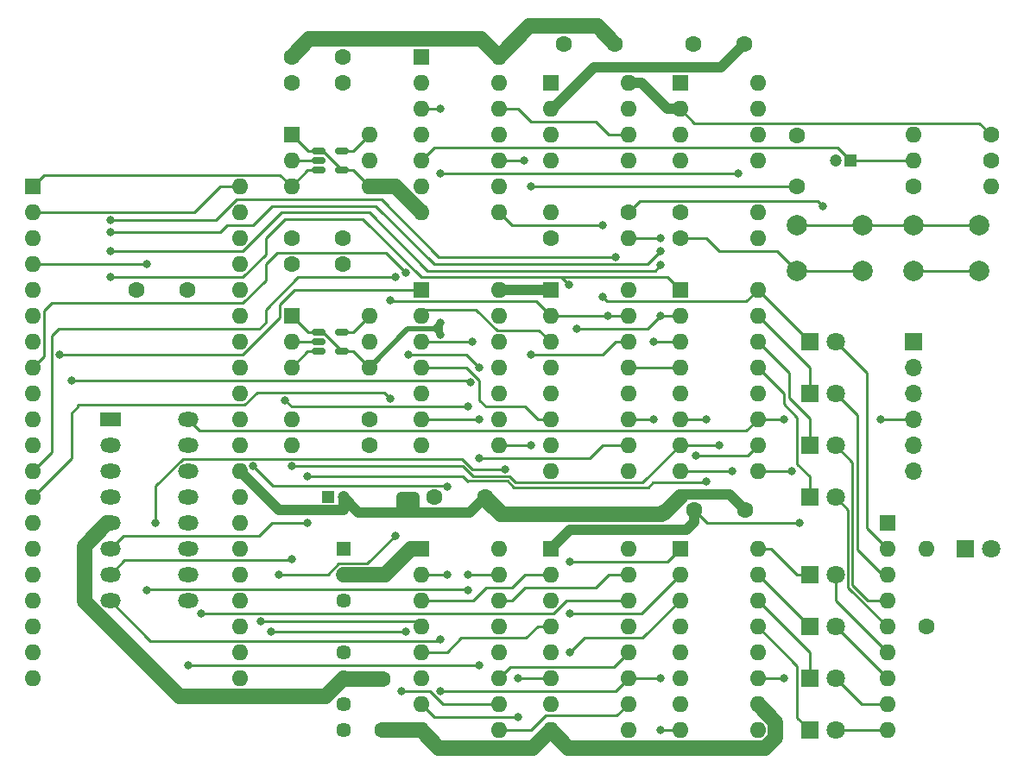
<source format=gbr>
%TF.GenerationSoftware,KiCad,Pcbnew,7.0.2*%
%TF.CreationDate,2023-05-12T21:33:33+09:00*%
%TF.ProjectId,EMUZ80_4004,454d555a-3830-45f3-9430-30342e6b6963,rev?*%
%TF.SameCoordinates,Original*%
%TF.FileFunction,Copper,L1,Top*%
%TF.FilePolarity,Positive*%
%FSLAX46Y46*%
G04 Gerber Fmt 4.6, Leading zero omitted, Abs format (unit mm)*
G04 Created by KiCad (PCBNEW 7.0.2) date 2023-05-12 21:33:33*
%MOMM*%
%LPD*%
G01*
G04 APERTURE LIST*
G04 Aperture macros list*
%AMRoundRect*
0 Rectangle with rounded corners*
0 $1 Rounding radius*
0 $2 $3 $4 $5 $6 $7 $8 $9 X,Y pos of 4 corners*
0 Add a 4 corners polygon primitive as box body*
4,1,4,$2,$3,$4,$5,$6,$7,$8,$9,$2,$3,0*
0 Add four circle primitives for the rounded corners*
1,1,$1+$1,$2,$3*
1,1,$1+$1,$4,$5*
1,1,$1+$1,$6,$7*
1,1,$1+$1,$8,$9*
0 Add four rect primitives between the rounded corners*
20,1,$1+$1,$2,$3,$4,$5,0*
20,1,$1+$1,$4,$5,$6,$7,0*
20,1,$1+$1,$6,$7,$8,$9,0*
20,1,$1+$1,$8,$9,$2,$3,0*%
G04 Aperture macros list end*
%TA.AperFunction,ComponentPad*%
%ADD10R,1.800000X1.800000*%
%TD*%
%TA.AperFunction,ComponentPad*%
%ADD11C,1.800000*%
%TD*%
%TA.AperFunction,ComponentPad*%
%ADD12R,1.600000X1.600000*%
%TD*%
%TA.AperFunction,ComponentPad*%
%ADD13O,1.600000X1.600000*%
%TD*%
%TA.AperFunction,ComponentPad*%
%ADD14C,1.600000*%
%TD*%
%TA.AperFunction,ComponentPad*%
%ADD15R,1.200000X1.200000*%
%TD*%
%TA.AperFunction,ComponentPad*%
%ADD16C,1.200000*%
%TD*%
%TA.AperFunction,ComponentPad*%
%ADD17R,1.450000X1.450000*%
%TD*%
%TA.AperFunction,ComponentPad*%
%ADD18C,1.450000*%
%TD*%
%TA.AperFunction,ComponentPad*%
%ADD19C,2.000000*%
%TD*%
%TA.AperFunction,SMDPad,CuDef*%
%ADD20RoundRect,0.150000X-0.512500X-0.150000X0.512500X-0.150000X0.512500X0.150000X-0.512500X0.150000X0*%
%TD*%
%TA.AperFunction,ComponentPad*%
%ADD21R,2.000000X1.440000*%
%TD*%
%TA.AperFunction,ComponentPad*%
%ADD22O,2.000000X1.440000*%
%TD*%
%TA.AperFunction,ComponentPad*%
%ADD23R,1.700000X1.700000*%
%TD*%
%TA.AperFunction,ComponentPad*%
%ADD24O,1.700000X1.700000*%
%TD*%
%TA.AperFunction,ViaPad*%
%ADD25C,0.800000*%
%TD*%
%TA.AperFunction,Conductor*%
%ADD26C,1.000000*%
%TD*%
%TA.AperFunction,Conductor*%
%ADD27C,1.500000*%
%TD*%
%TA.AperFunction,Conductor*%
%ADD28C,0.250000*%
%TD*%
%TA.AperFunction,Conductor*%
%ADD29C,0.500000*%
%TD*%
G04 APERTURE END LIST*
D10*
%TO.P,D3,1,K*%
%TO.N,Net-(D3-K)*%
X78740000Y-43180000D03*
D11*
%TO.P,D3,2,A*%
%TO.N,Net-(D3-A)*%
X81280000Y-43180000D03*
%TD*%
D12*
%TO.P,U7,1,D0*%
%TO.N,Net-(U2-OUTA)*%
X66040000Y-53340000D03*
D13*
%TO.P,U7,2,D1*%
%TO.N,Net-(U2-OUTB)*%
X66040000Y-55880000D03*
%TO.P,U7,3,D2*%
%TO.N,Net-(U2-OUTC)*%
X66040000Y-58420000D03*
%TO.P,U7,4,D3*%
%TO.N,Net-(U2-OUTD)*%
X66040000Y-60960000D03*
%TO.P,U7,5,Vss*%
%TO.N,+15V*%
X66040000Y-63500000D03*
%TO.P,U7,6,CLK1*%
%TO.N,Net-(U3-CLK1)*%
X66040000Y-66040000D03*
%TO.P,U7,7,CLK2*%
%TO.N,Net-(U3-CLK2)*%
X66040000Y-68580000D03*
%TO.P,U7,8,SYNC*%
%TO.N,Net-(U3-SYNC)*%
X66040000Y-71120000D03*
%TO.P,U7,9,RESET*%
%TO.N,/comport/RESET*%
X73660000Y-71120000D03*
%TO.P,U7,10,P0*%
%TO.N,GND*%
X73660000Y-68580000D03*
%TO.P,U7,11,CM*%
%TO.N,Net-(U3-CMRAM0)*%
X73660000Y-66040000D03*
%TO.P,U7,12,Vdd*%
%TO.N,GND*%
X73660000Y-63500000D03*
%TO.P,U7,13,O3*%
%TO.N,Net-(D8-K)*%
X73660000Y-60960000D03*
%TO.P,U7,14,O2*%
%TO.N,Net-(D7-K)*%
X73660000Y-58420000D03*
%TO.P,U7,15,O1*%
%TO.N,Net-(D6-K)*%
X73660000Y-55880000D03*
%TO.P,U7,16,O0*%
%TO.N,Net-(D5-K)*%
X73660000Y-53340000D03*
%TD*%
D12*
%TO.P,U4,1,VCC*%
%TO.N,+15V*%
X53340000Y-53340000D03*
D13*
%TO.P,U4,2,O1*%
%TO.N,Net-(U4-O1)*%
X53340000Y-55880000D03*
%TO.P,U4,3,I1*%
%TO.N,Net-(U2-OUTA)*%
X53340000Y-58420000D03*
%TO.P,U4,4,O2*%
%TO.N,Net-(U4-O2)*%
X53340000Y-60960000D03*
%TO.P,U4,5,I2*%
%TO.N,Net-(U2-OUTB)*%
X53340000Y-63500000D03*
%TO.P,U4,6,O3*%
%TO.N,Net-(U4-O3)*%
X53340000Y-66040000D03*
%TO.P,U4,7,I3*%
%TO.N,Net-(U2-OUTC)*%
X53340000Y-68580000D03*
%TO.P,U4,8,GND*%
%TO.N,GND*%
X53340000Y-71120000D03*
%TO.P,U4,9,I4*%
%TO.N,Net-(U2-OUTD)*%
X60960000Y-71120000D03*
%TO.P,U4,10,O4*%
%TO.N,Net-(U4-O4)*%
X60960000Y-68580000D03*
%TO.P,U4,11,I5*%
%TO.N,Net-(U3-SYNC)*%
X60960000Y-66040000D03*
%TO.P,U4,12,O5*%
%TO.N,Net-(U4-O5)*%
X60960000Y-63500000D03*
%TO.P,U4,13,NC*%
%TO.N,unconnected-(U4-NC-Pad13)*%
X60960000Y-60960000D03*
%TO.P,U4,14,I6*%
%TO.N,Net-(U3-CMROM)*%
X60960000Y-58420000D03*
%TO.P,U4,15,O6*%
%TO.N,Net-(U4-O6)*%
X60960000Y-55880000D03*
%TO.P,U4,16,NC*%
%TO.N,unconnected-(U4-NC-Pad16)*%
X60960000Y-53340000D03*
%TD*%
D14*
%TO.P,C13,1*%
%TO.N,Net-(C13-Pad1)*%
X77470000Y-17780000D03*
%TO.P,C13,2*%
%TO.N,GND*%
X77470000Y-12780000D03*
%TD*%
D12*
%TO.P,U6,1,D0*%
%TO.N,Net-(U2-OUTA)*%
X66040000Y-27940000D03*
D13*
%TO.P,U6,2,D1*%
%TO.N,Net-(U2-OUTB)*%
X66040000Y-30480000D03*
%TO.P,U6,3,D2*%
%TO.N,Net-(U2-OUTC)*%
X66040000Y-33020000D03*
%TO.P,U6,4,D3*%
%TO.N,Net-(U2-OUTD)*%
X66040000Y-35560000D03*
%TO.P,U6,5,Vss*%
%TO.N,+15V*%
X66040000Y-38100000D03*
%TO.P,U6,6,CLK1*%
%TO.N,Net-(U3-CLK1)*%
X66040000Y-40640000D03*
%TO.P,U6,7,CLK2*%
%TO.N,Net-(U3-CLK2)*%
X66040000Y-43180000D03*
%TO.P,U6,8,SYNC*%
%TO.N,Net-(U3-SYNC)*%
X66040000Y-45720000D03*
%TO.P,U6,9,RESET*%
%TO.N,/comport/RESET*%
X73660000Y-45720000D03*
%TO.P,U6,10,P0*%
%TO.N,+15V*%
X73660000Y-43180000D03*
%TO.P,U6,11,CM*%
%TO.N,Net-(U3-CMRAM0)*%
X73660000Y-40640000D03*
%TO.P,U6,12,Vdd*%
%TO.N,GND*%
X73660000Y-38100000D03*
%TO.P,U6,13,O3*%
%TO.N,Net-(D4-K)*%
X73660000Y-35560000D03*
%TO.P,U6,14,O2*%
%TO.N,Net-(D3-K)*%
X73660000Y-33020000D03*
%TO.P,U6,15,O1*%
%TO.N,Net-(D2-K)*%
X73660000Y-30480000D03*
%TO.P,U6,16,O0*%
%TO.N,/comport/TX*%
X73660000Y-27940000D03*
%TD*%
D12*
%TO.P,U5,1,VDD*%
%TO.N,+5V*%
X40640000Y-53340000D03*
D13*
%TO.P,U5,2,O1*%
%TO.N,DIN0*%
X40640000Y-55880000D03*
%TO.P,U5,3,I1*%
%TO.N,Net-(U4-O1)*%
X40640000Y-58420000D03*
%TO.P,U5,4,O2*%
%TO.N,DIN1*%
X40640000Y-60960000D03*
%TO.P,U5,5,I2*%
%TO.N,Net-(U4-O2)*%
X40640000Y-63500000D03*
%TO.P,U5,6,O3*%
%TO.N,DIN2*%
X40640000Y-66040000D03*
%TO.P,U5,7,I3*%
%TO.N,Net-(U4-O3)*%
X40640000Y-68580000D03*
%TO.P,U5,8,VSS*%
%TO.N,GND*%
X40640000Y-71120000D03*
%TO.P,U5,9,I4*%
%TO.N,Net-(U4-O4)*%
X48260000Y-71120000D03*
%TO.P,U5,10,O4*%
%TO.N,DIN3*%
X48260000Y-68580000D03*
%TO.P,U5,11,I5*%
%TO.N,Net-(U4-O5)*%
X48260000Y-66040000D03*
%TO.P,U5,12,O5*%
%TO.N,SYNC*%
X48260000Y-63500000D03*
%TO.P,U5,13,NC*%
%TO.N,unconnected-(U5-NC-Pad13)*%
X48260000Y-60960000D03*
%TO.P,U5,14,I6*%
%TO.N,Net-(U4-O6)*%
X48260000Y-58420000D03*
%TO.P,U5,15,O6*%
%TO.N,CMROM*%
X48260000Y-55880000D03*
%TO.P,U5,16,NC*%
%TO.N,unconnected-(U5-NC-Pad16)*%
X48260000Y-53340000D03*
%TD*%
D14*
%TO.P,R3,1*%
%TO.N,+15V*%
X96520000Y-12700000D03*
D13*
%TO.P,R3,2*%
%TO.N,Net-(C12-Pad1)*%
X88900000Y-12700000D03*
%TD*%
D12*
%TO.P,U12,1,NC*%
%TO.N,unconnected-(U12-NC-Pad1)*%
X53340000Y-7620000D03*
D13*
%TO.P,U12,2,A*%
%TO.N,VBUS*%
X53340000Y-10160000D03*
%TO.P,U12,3,K*%
%TO.N,Net-(U12-K)*%
X53340000Y-12700000D03*
%TO.P,U12,4,NC*%
%TO.N,unconnected-(U12-NC-Pad4)*%
X53340000Y-15240000D03*
%TO.P,U12,5,GND*%
%TO.N,GND*%
X60960000Y-15240000D03*
%TO.P,U12,6,Vo*%
%TO.N,Net-(U12-Vo)*%
X60960000Y-12700000D03*
%TO.P,U12,7,NC*%
%TO.N,unconnected-(U12-NC-Pad7)*%
X60960000Y-10160000D03*
%TO.P,U12,8,VDD*%
%TO.N,+15V*%
X60960000Y-7620000D03*
%TD*%
D14*
%TO.P,R10,1*%
%TO.N,Net-(R10-Pad1)*%
X66040000Y-22860000D03*
D13*
%TO.P,R10,2*%
%TO.N,Net-(C13-Pad1)*%
X73660000Y-22860000D03*
%TD*%
D14*
%TO.P,C8,1*%
%TO.N,+15V*%
X12740000Y-27940000D03*
%TO.P,C8,2*%
%TO.N,GND*%
X17740000Y-27940000D03*
%TD*%
D12*
%TO.P,RN1,1,common*%
%TO.N,+15V*%
X86360000Y-50800000D03*
D13*
%TO.P,RN1,2,R1*%
%TO.N,Net-(D1-A)*%
X86360000Y-53340000D03*
%TO.P,RN1,3,R2*%
%TO.N,Net-(D2-A)*%
X86360000Y-55880000D03*
%TO.P,RN1,4,R3*%
%TO.N,Net-(D3-A)*%
X86360000Y-58420000D03*
%TO.P,RN1,5,R4*%
%TO.N,Net-(D4-A)*%
X86360000Y-60960000D03*
%TO.P,RN1,6,R5*%
%TO.N,Net-(D5-A)*%
X86360000Y-63500000D03*
%TO.P,RN1,7,R6*%
%TO.N,Net-(D6-A)*%
X86360000Y-66040000D03*
%TO.P,RN1,8,R7*%
%TO.N,Net-(D7-A)*%
X86360000Y-68580000D03*
%TO.P,RN1,9,R8*%
%TO.N,Net-(D8-A)*%
X86360000Y-71120000D03*
%TD*%
D14*
%TO.P,R7,1*%
%TO.N,Net-(J2-Pin_4)*%
X60960000Y-20320000D03*
D13*
%TO.P,R7,2*%
%TO.N,Net-(U12-K)*%
X53340000Y-20320000D03*
%TD*%
D15*
%TO.P,C5,1*%
%TO.N,+5V*%
X31520000Y-48260000D03*
D16*
%TO.P,C5,2*%
%TO.N,GND*%
X33020000Y-48260000D03*
%TD*%
D14*
%TO.P,C9,1*%
%TO.N,+15V*%
X67390000Y-49530000D03*
%TO.P,C9,2*%
%TO.N,GND*%
X72390000Y-49530000D03*
%TD*%
D13*
%TO.P,U9,*%
%TO.N,*%
X35560000Y-33020000D03*
D12*
%TO.P,U9,1,GND*%
%TO.N,GND*%
X27940000Y-30480000D03*
D13*
%TO.P,U9,2,VDD*%
%TO.N,+15V*%
X27940000Y-33020000D03*
%TO.P,U9,3,IN*%
%TO.N,CLKIN2*%
X27940000Y-35560000D03*
%TO.P,U9,4,GND*%
%TO.N,GND*%
X35560000Y-35560000D03*
%TO.P,U9,5,OUT*%
%TO.N,Net-(U9-OUT)*%
X35560000Y-30480000D03*
%TD*%
D12*
%TO.P,U2,1,Vcc*%
%TO.N,+5V*%
X53340000Y-27940000D03*
D13*
%TO.P,U2,2,EN_A*%
%TO.N,DOE*%
X53340000Y-30480000D03*
%TO.P,U2,3,A*%
%TO.N,Net-(U2-A)*%
X53340000Y-33020000D03*
%TO.P,U2,4,OUTA*%
%TO.N,Net-(U2-OUTA)*%
X53340000Y-35560000D03*
%TO.P,U2,5,OUTB*%
%TO.N,Net-(U2-OUTB)*%
X53340000Y-38100000D03*
%TO.P,U2,6,B*%
%TO.N,Net-(U2-B)*%
X53340000Y-40640000D03*
%TO.P,U2,7,EN_B*%
%TO.N,DOE*%
X53340000Y-43180000D03*
%TO.P,U2,8,Vss(GND)*%
%TO.N,GND*%
X53340000Y-45720000D03*
%TO.P,U2,9,EN_C*%
%TO.N,DOE*%
X60960000Y-45720000D03*
%TO.P,U2,10,C*%
%TO.N,Net-(U2-C)*%
X60960000Y-43180000D03*
%TO.P,U2,11,OUTC*%
%TO.N,Net-(U2-OUTC)*%
X60960000Y-40640000D03*
%TO.P,U2,12,NC*%
%TO.N,unconnected-(U2-NC-Pad12)*%
X60960000Y-38100000D03*
%TO.P,U2,13,OUTD*%
%TO.N,Net-(U2-OUTD)*%
X60960000Y-35560000D03*
%TO.P,U2,14,D*%
%TO.N,Net-(U2-D)*%
X60960000Y-33020000D03*
%TO.P,U2,15,EN_D*%
%TO.N,DOE*%
X60960000Y-30480000D03*
%TO.P,U2,16,Vdd*%
%TO.N,+15V*%
X60960000Y-27940000D03*
%TD*%
D10*
%TO.P,D5,1,K*%
%TO.N,Net-(D5-K)*%
X78740000Y-55880000D03*
D11*
%TO.P,D5,2,A*%
%TO.N,Net-(D5-A)*%
X81280000Y-55880000D03*
%TD*%
D10*
%TO.P,D4,1,K*%
%TO.N,Net-(D4-K)*%
X78740000Y-48260000D03*
D11*
%TO.P,D4,2,A*%
%TO.N,Net-(D4-A)*%
X81280000Y-48260000D03*
%TD*%
D17*
%TO.P,U10,1,-VIN*%
%TO.N,GND*%
X33020000Y-53340000D03*
D18*
%TO.P,U10,2,+VIN*%
%TO.N,+5V*%
X33020000Y-55880000D03*
%TO.P,U10,3,ON/~{OFF}*%
%TO.N,unconnected-(U10-ON{slash}~{OFF}-Pad3)*%
X33020000Y-58420000D03*
%TO.P,U10,5,NC*%
%TO.N,unconnected-(U10-NC-Pad5)*%
X33020000Y-63500000D03*
%TO.P,U10,6,+VOUT*%
%TO.N,+15V*%
X33020000Y-66040000D03*
%TO.P,U10,7,-VOUT*%
%TO.N,GND*%
X33020000Y-68580000D03*
%TO.P,U10,8,NC*%
%TO.N,unconnected-(U10-NC-Pad8)*%
X33020000Y-71120000D03*
%TD*%
D14*
%TO.P,C6,1*%
%TO.N,+15V*%
X36830000Y-66120000D03*
%TO.P,C6,2*%
%TO.N,GND*%
X36830000Y-71120000D03*
%TD*%
D19*
%TO.P,SW2,1,1*%
%TO.N,GND*%
X77470000Y-21590000D03*
X83970000Y-21590000D03*
%TO.P,SW2,2,2*%
%TO.N,Net-(R10-Pad1)*%
X77470000Y-26090000D03*
X83970000Y-26090000D03*
%TD*%
D10*
%TO.P,D7,1,K*%
%TO.N,Net-(D7-K)*%
X78740000Y-66040000D03*
D11*
%TO.P,D7,2,A*%
%TO.N,Net-(D7-A)*%
X81280000Y-66040000D03*
%TD*%
D14*
%TO.P,C2,1*%
%TO.N,GND*%
X32940000Y-7620000D03*
%TO.P,C2,2*%
%TO.N,+15V*%
X27940000Y-7620000D03*
%TD*%
D19*
%TO.P,SW1,1,1*%
%TO.N,GND*%
X88900000Y-21590000D03*
X95400000Y-21590000D03*
%TO.P,SW1,2,2*%
%TO.N,Net-(R4-Pad1)*%
X88900000Y-26090000D03*
X95400000Y-26090000D03*
%TD*%
D20*
%TO.P,REF\u002A\u002A,1*%
%TO.N,GND*%
X30602500Y-32080000D03*
%TO.P,REF\u002A\u002A,2*%
%TO.N,+15V*%
X30602500Y-33030000D03*
%TO.P,REF\u002A\u002A,3*%
%TO.N,CLKIN2*%
X30602500Y-33980000D03*
%TO.P,REF\u002A\u002A,4*%
%TO.N,GND*%
X32877500Y-33980000D03*
%TO.P,REF\u002A\u002A,5*%
%TO.N,Net-(U9-OUT)*%
X32877500Y-32080000D03*
%TD*%
D12*
%TO.P,U11,1*%
%TO.N,Net-(U11-Pad1)*%
X40640000Y-5080000D03*
D13*
%TO.P,U11,2*%
X40640000Y-7620000D03*
%TO.P,U11,3*%
%TO.N,/comport/RESET*%
X40640000Y-10160000D03*
%TO.P,U11,4*%
%TO.N,Net-(U11-Pad1)*%
X40640000Y-12700000D03*
%TO.P,U11,5*%
%TO.N,Net-(C12-Pad1)*%
X40640000Y-15240000D03*
%TO.P,U11,6*%
X40640000Y-17780000D03*
%TO.P,U11,7,Vss*%
%TO.N,GND*%
X40640000Y-20320000D03*
%TO.P,U11,8*%
%TO.N,/comport/TX*%
X48260000Y-20320000D03*
%TO.P,U11,9*%
X48260000Y-17780000D03*
%TO.P,U11,10*%
%TO.N,Net-(R8-Pad1)*%
X48260000Y-15240000D03*
%TO.P,U11,11*%
%TO.N,/comport/TEST*%
X48260000Y-12700000D03*
%TO.P,U11,12*%
%TO.N,Net-(U12-Vo)*%
X48260000Y-10160000D03*
%TO.P,U11,13*%
%TO.N,Net-(C13-Pad1)*%
X48260000Y-7620000D03*
%TO.P,U11,14,Vdd*%
%TO.N,+15V*%
X48260000Y-5080000D03*
%TD*%
D12*
%TO.P,U1,1*%
%TO.N,DOUT0*%
X40640000Y-27940000D03*
D13*
%TO.P,U1,2*%
%TO.N,Net-(U2-A)*%
X40640000Y-30480000D03*
%TO.P,U1,3*%
%TO.N,DOUT1*%
X40640000Y-33020000D03*
%TO.P,U1,4*%
%TO.N,Net-(U2-B)*%
X40640000Y-35560000D03*
%TO.P,U1,5*%
%TO.N,DOUT2*%
X40640000Y-38100000D03*
%TO.P,U1,6*%
%TO.N,Net-(U2-C)*%
X40640000Y-40640000D03*
%TO.P,U1,7,GND*%
%TO.N,GND*%
X40640000Y-43180000D03*
%TO.P,U1,8*%
%TO.N,Net-(U2-D)*%
X48260000Y-43180000D03*
%TO.P,U1,9*%
%TO.N,DOUT3*%
X48260000Y-40640000D03*
%TO.P,U1,10*%
%TO.N,unconnected-(U1-Pad10)*%
X48260000Y-38100000D03*
%TO.P,U1,11*%
%TO.N,+5V*%
X48260000Y-35560000D03*
%TO.P,U1,12*%
%TO.N,unconnected-(U1-Pad12)*%
X48260000Y-33020000D03*
%TO.P,U1,13*%
%TO.N,+5V*%
X48260000Y-30480000D03*
%TO.P,U1,14,VCC*%
X48260000Y-27940000D03*
%TD*%
D14*
%TO.P,C4,1*%
%TO.N,GND*%
X27940000Y-25400000D03*
%TO.P,C4,2*%
%TO.N,+15V*%
X32940000Y-25400000D03*
%TD*%
D20*
%TO.P,REF\u002A\u002A,1*%
%TO.N,GND*%
X30602500Y-14300000D03*
%TO.P,REF\u002A\u002A,2*%
%TO.N,+15V*%
X30602500Y-15250000D03*
%TO.P,REF\u002A\u002A,3*%
%TO.N,CLKIN1*%
X30602500Y-16200000D03*
%TO.P,REF\u002A\u002A,4*%
%TO.N,GND*%
X32877500Y-16200000D03*
%TO.P,REF\u002A\u002A,5*%
%TO.N,Net-(U8-OUT)*%
X32877500Y-14300000D03*
%TD*%
D21*
%TO.P,U3,1,D0*%
%TO.N,Net-(U2-OUTA)*%
X10160000Y-40640000D03*
D22*
%TO.P,U3,2,D1*%
%TO.N,Net-(U2-OUTB)*%
X10160000Y-43180000D03*
%TO.P,U3,3,D2*%
%TO.N,Net-(U2-OUTC)*%
X10160000Y-45720000D03*
%TO.P,U3,4,D3*%
%TO.N,Net-(U2-OUTD)*%
X10160000Y-48260000D03*
%TO.P,U3,5,Vss*%
%TO.N,+15V*%
X10160000Y-50800000D03*
%TO.P,U3,6,CLK1*%
%TO.N,Net-(U3-CLK1)*%
X10160000Y-53340000D03*
%TO.P,U3,7,CLK2*%
%TO.N,Net-(U3-CLK2)*%
X10160000Y-55880000D03*
%TO.P,U3,8,SYNC*%
%TO.N,Net-(U3-SYNC)*%
X10160000Y-58420000D03*
%TO.P,U3,9,RESET*%
%TO.N,/comport/RESET*%
X17780000Y-58420000D03*
%TO.P,U3,10,TEST*%
%TO.N,/comport/TEST*%
X17780000Y-55880000D03*
%TO.P,U3,11,CMROM*%
%TO.N,Net-(U3-CMROM)*%
X17780000Y-53340000D03*
%TO.P,U3,12,Vdd*%
%TO.N,GND*%
X17780000Y-50800000D03*
%TO.P,U3,13,CMRAM3*%
%TO.N,unconnected-(U3-CMRAM3-Pad13)*%
X17780000Y-48260000D03*
%TO.P,U3,14,CMRAM2*%
%TO.N,unconnected-(U3-CMRAM2-Pad14)*%
X17780000Y-45720000D03*
%TO.P,U3,15,CMRAM1*%
%TO.N,unconnected-(U3-CMRAM1-Pad15)*%
X17780000Y-43180000D03*
%TO.P,U3,16,CMRAM0*%
%TO.N,Net-(U3-CMRAM0)*%
X17780000Y-40640000D03*
%TD*%
D14*
%TO.P,R1,1*%
%TO.N,Net-(U8-OUT)*%
X35560000Y-40640000D03*
D13*
%TO.P,R1,2*%
%TO.N,Net-(U3-CLK1)*%
X27940000Y-40640000D03*
%TD*%
D14*
%TO.P,C3,1*%
%TO.N,GND*%
X27940000Y-22860000D03*
%TO.P,C3,2*%
%TO.N,+15V*%
X32940000Y-22860000D03*
%TD*%
%TO.P,C10,1*%
%TO.N,GND*%
X54650000Y-3810000D03*
%TO.P,C10,2*%
%TO.N,+15V*%
X59650000Y-3810000D03*
%TD*%
D12*
%TO.P,U13,1,NC*%
%TO.N,unconnected-(U13-NC-Pad1)*%
X66040000Y-7620000D03*
D13*
%TO.P,U13,2,A*%
%TO.N,+15V*%
X66040000Y-10160000D03*
%TO.P,U13,3,K*%
%TO.N,Net-(U13-K)*%
X66040000Y-12700000D03*
%TO.P,U13,4,NC*%
%TO.N,unconnected-(U13-NC-Pad4)*%
X66040000Y-15240000D03*
%TO.P,U13,5,GND*%
%TO.N,GND2*%
X73660000Y-15240000D03*
%TO.P,U13,6,Vo*%
%TO.N,Net-(J2-Pin_5)*%
X73660000Y-12700000D03*
%TO.P,U13,7,NC*%
%TO.N,unconnected-(U13-NC-Pad7)*%
X73660000Y-10160000D03*
%TO.P,U13,8,VDD*%
%TO.N,VBUS*%
X73660000Y-7620000D03*
%TD*%
D14*
%TO.P,R9,1*%
%TO.N,+15V*%
X66040000Y-20320000D03*
D13*
%TO.P,R9,2*%
%TO.N,Net-(C13-Pad1)*%
X73660000Y-20320000D03*
%TD*%
D10*
%TO.P,D8,1,K*%
%TO.N,Net-(D8-K)*%
X78740000Y-71120000D03*
D11*
%TO.P,D8,2,A*%
%TO.N,Net-(D8-A)*%
X81280000Y-71120000D03*
%TD*%
D14*
%TO.P,R8,1*%
%TO.N,Net-(R8-Pad1)*%
X53340000Y-22860000D03*
D13*
%TO.P,R8,2*%
%TO.N,Net-(U13-K)*%
X60960000Y-22860000D03*
%TD*%
D10*
%TO.P,D2,1,K*%
%TO.N,Net-(D2-K)*%
X78740000Y-38100000D03*
D11*
%TO.P,D2,2,A*%
%TO.N,Net-(D2-A)*%
X81280000Y-38100000D03*
%TD*%
D14*
%TO.P,C7,1*%
%TO.N,+5V*%
X41910000Y-48260000D03*
%TO.P,C7,2*%
%TO.N,GND*%
X46910000Y-48260000D03*
%TD*%
D12*
%TO.P,J1,1,Pin_1*%
%TO.N,CLKIN1*%
X2540000Y-17780000D03*
D13*
%TO.P,J1,2,Pin_2*%
%TO.N,CLKIN2*%
X2540000Y-20320000D03*
%TO.P,J1,3,Pin_3*%
%TO.N,CLKIN1*%
X2540000Y-22860000D03*
%TO.P,J1,4,Pin_4*%
%TO.N,SYNC*%
X2540000Y-25400000D03*
%TO.P,J1,5,Pin_5*%
%TO.N,unconnected-(J1-Pin_5-Pad5)*%
X2540000Y-27940000D03*
%TO.P,J1,6,Pin_6*%
%TO.N,unconnected-(J1-Pin_6-Pad6)*%
X2540000Y-30480000D03*
%TO.P,J1,7,Pin_7*%
%TO.N,unconnected-(J1-Pin_7-Pad7)*%
X2540000Y-33020000D03*
%TO.P,J1,8,Pin_8*%
%TO.N,DOUT3*%
X2540000Y-35560000D03*
%TO.P,J1,9,Pin_9*%
%TO.N,unconnected-(J1-Pin_9-Pad9)*%
X2540000Y-38100000D03*
%TO.P,J1,10,Pin_10*%
%TO.N,unconnected-(J1-Pin_10-Pad10)*%
X2540000Y-40640000D03*
%TO.P,J1,11,Pin_11*%
%TO.N,+5V*%
X2540000Y-43180000D03*
%TO.P,J1,12,Pin_12*%
%TO.N,DOUT2*%
X2540000Y-45720000D03*
%TO.P,J1,13,Pin_13*%
%TO.N,DOE*%
X2540000Y-48260000D03*
%TO.P,J1,14,Pin_14*%
%TO.N,DOUT0*%
X2540000Y-50800000D03*
%TO.P,J1,15,Pin_15*%
%TO.N,DOUT1*%
X2540000Y-53340000D03*
%TO.P,J1,16,Pin_16*%
%TO.N,unconnected-(J1-Pin_16-Pad16)*%
X2540000Y-55880000D03*
%TO.P,J1,17,Pin_17*%
%TO.N,unconnected-(J1-Pin_17-Pad17)*%
X2540000Y-58420000D03*
%TO.P,J1,18,Pin_18*%
%TO.N,unconnected-(J1-Pin_18-Pad18)*%
X2540000Y-60960000D03*
%TO.P,J1,19,Pin_19*%
%TO.N,unconnected-(J1-Pin_19-Pad19)*%
X2540000Y-63500000D03*
%TO.P,J1,20,Pin_20*%
%TO.N,unconnected-(J1-Pin_20-Pad20)*%
X2540000Y-66040000D03*
%TO.P,J1,21,Pin_21*%
%TO.N,unconnected-(J1-Pin_21-Pad21)*%
X22860000Y-66040000D03*
%TO.P,J1,22,Pin_22*%
%TO.N,unconnected-(J1-Pin_22-Pad22)*%
X22860000Y-63500000D03*
%TO.P,J1,23,Pin_23*%
%TO.N,unconnected-(J1-Pin_23-Pad23)*%
X22860000Y-60960000D03*
%TO.P,J1,24,Pin_24*%
%TO.N,unconnected-(J1-Pin_24-Pad24)*%
X22860000Y-58420000D03*
%TO.P,J1,25,Pin_25*%
%TO.N,unconnected-(J1-Pin_25-Pad25)*%
X22860000Y-55880000D03*
%TO.P,J1,26,Pin_26*%
%TO.N,unconnected-(J1-Pin_26-Pad26)*%
X22860000Y-53340000D03*
%TO.P,J1,27,Pin_27*%
%TO.N,unconnected-(J1-Pin_27-Pad27)*%
X22860000Y-50800000D03*
%TO.P,J1,28,Pin_28*%
%TO.N,unconnected-(J1-Pin_28-Pad28)*%
X22860000Y-48260000D03*
%TO.P,J1,29,Pin_29*%
%TO.N,GND*%
X22860000Y-45720000D03*
%TO.P,J1,30,Pin_30*%
%TO.N,DIN0*%
X22860000Y-43180000D03*
%TO.P,J1,31,Pin_31*%
%TO.N,DIN1*%
X22860000Y-40640000D03*
%TO.P,J1,32,Pin_32*%
%TO.N,DIN2*%
X22860000Y-38100000D03*
%TO.P,J1,33,Pin_33*%
%TO.N,DIN3*%
X22860000Y-35560000D03*
%TO.P,J1,34,Pin_34*%
%TO.N,unconnected-(J1-Pin_34-Pad34)*%
X22860000Y-33020000D03*
%TO.P,J1,35,Pin_35*%
%TO.N,unconnected-(J1-Pin_35-Pad35)*%
X22860000Y-30480000D03*
%TO.P,J1,36,Pin_36*%
%TO.N,unconnected-(J1-Pin_36-Pad36)*%
X22860000Y-27940000D03*
%TO.P,J1,37,Pin_37*%
%TO.N,CMROM*%
X22860000Y-25400000D03*
%TO.P,J1,38,Pin_38*%
%TO.N,unconnected-(J1-Pin_38-Pad38)*%
X22860000Y-22860000D03*
%TO.P,J1,39,Pin_39*%
%TO.N,unconnected-(J1-Pin_39-Pad39)*%
X22860000Y-20320000D03*
%TO.P,J1,40,Pin_40*%
%TO.N,CLKIN2*%
X22860000Y-17780000D03*
%TD*%
D14*
%TO.P,R5,1*%
%TO.N,Net-(D9-A)*%
X90170000Y-60960000D03*
D13*
%TO.P,R5,2*%
%TO.N,VBUS*%
X90170000Y-53340000D03*
%TD*%
D10*
%TO.P,D6,1,K*%
%TO.N,Net-(D6-K)*%
X78740000Y-60960000D03*
D11*
%TO.P,D6,2,A*%
%TO.N,Net-(D6-A)*%
X81280000Y-60960000D03*
%TD*%
D10*
%TO.P,D9,1,K*%
%TO.N,GND2*%
X93980000Y-53340000D03*
D11*
%TO.P,D9,2,A*%
%TO.N,Net-(D9-A)*%
X96520000Y-53340000D03*
%TD*%
D10*
%TO.P,D1,1,K*%
%TO.N,/comport/TX*%
X78740000Y-33020000D03*
D11*
%TO.P,D1,2,A*%
%TO.N,Net-(D1-A)*%
X81280000Y-33020000D03*
%TD*%
D14*
%TO.P,R2,1*%
%TO.N,Net-(U9-OUT)*%
X35560000Y-43180000D03*
D13*
%TO.P,R2,2*%
%TO.N,Net-(U3-CLK2)*%
X27940000Y-43180000D03*
%TD*%
%TO.P,U8,*%
%TO.N,*%
X35560000Y-15240000D03*
D12*
%TO.P,U8,1,GND*%
%TO.N,GND*%
X27940000Y-12700000D03*
D13*
%TO.P,U8,2,VDD*%
%TO.N,+15V*%
X27940000Y-15240000D03*
%TO.P,U8,3,IN*%
%TO.N,CLKIN1*%
X27940000Y-17780000D03*
%TO.P,U8,4,GND*%
%TO.N,GND*%
X35560000Y-17780000D03*
%TO.P,U8,5,OUT*%
%TO.N,Net-(U8-OUT)*%
X35560000Y-12700000D03*
%TD*%
D23*
%TO.P,J2,1,Pin_1*%
%TO.N,GND2*%
X88900000Y-33020000D03*
D24*
%TO.P,J2,2,Pin_2*%
%TO.N,unconnected-(J2-Pin_2-Pad2)*%
X88900000Y-35560000D03*
%TO.P,J2,3,Pin_3*%
%TO.N,VBUS*%
X88900000Y-38100000D03*
%TO.P,J2,4,Pin_4*%
%TO.N,Net-(J2-Pin_4)*%
X88900000Y-40640000D03*
%TO.P,J2,5,Pin_5*%
%TO.N,Net-(J2-Pin_5)*%
X88900000Y-43180000D03*
%TO.P,J2,6,Pin_6*%
%TO.N,unconnected-(J2-Pin_6-Pad6)*%
X88900000Y-45720000D03*
%TD*%
D14*
%TO.P,R6,1*%
%TO.N,Net-(C12-Pad1)*%
X88900000Y-17780000D03*
D13*
%TO.P,R6,2*%
%TO.N,GND*%
X96520000Y-17780000D03*
%TD*%
D14*
%TO.P,C11,1*%
%TO.N,GND2*%
X67350000Y-3810000D03*
%TO.P,C11,2*%
%TO.N,VBUS*%
X72350000Y-3810000D03*
%TD*%
D15*
%TO.P,C12,1*%
%TO.N,Net-(C12-Pad1)*%
X82780000Y-15240000D03*
D16*
%TO.P,C12,2*%
%TO.N,GND*%
X81280000Y-15240000D03*
%TD*%
D14*
%TO.P,C1,1*%
%TO.N,GND*%
X32940000Y-5080000D03*
%TO.P,C1,2*%
%TO.N,+15V*%
X27940000Y-5080000D03*
%TD*%
%TO.P,R4,1*%
%TO.N,Net-(R4-Pad1)*%
X96520000Y-15240000D03*
D13*
%TO.P,R4,2*%
%TO.N,Net-(C12-Pad1)*%
X88900000Y-15240000D03*
%TD*%
D25*
%TO.N,GND*%
X42545000Y-32295500D03*
X42545000Y-31115000D03*
X38735000Y-48260000D03*
X40005000Y-48260000D03*
X38735000Y-49530000D03*
X40005000Y-49530000D03*
%TO.N,+15V*%
X77724000Y-50800000D03*
X67564000Y-44196000D03*
%TO.N,Net-(C13-Pad1)*%
X51435000Y-17780000D03*
%TO.N,/comport/TX*%
X58420000Y-28575000D03*
X58420000Y-21590000D03*
%TO.N,SYNC*%
X13716000Y-57404000D03*
X45212000Y-57404000D03*
X13716000Y-25400000D03*
%TO.N,DOUT3*%
X39370000Y-34290000D03*
X39175201Y-26229799D03*
X46355000Y-35560000D03*
%TO.N,DOUT2*%
X38100000Y-26670000D03*
%TO.N,DOE*%
X37592000Y-28956000D03*
X37592000Y-38608000D03*
X58965500Y-30480000D03*
%TO.N,DOUT0*%
X5169500Y-34290000D03*
%TO.N,DOUT1*%
X6350000Y-36830000D03*
X45660500Y-33020000D03*
X45525201Y-37024799D03*
%TO.N,DIN0*%
X24167500Y-45212000D03*
X43180000Y-47244000D03*
X43180000Y-55880000D03*
%TO.N,DIN1*%
X24892000Y-60452000D03*
%TO.N,DIN2*%
X25908000Y-61468000D03*
X39116000Y-61468000D03*
%TO.N,DIN3*%
X38100000Y-52070000D03*
X38735000Y-67310000D03*
X26670000Y-55880000D03*
%TO.N,CMROM*%
X45264500Y-55880000D03*
X27305000Y-38735000D03*
X45264500Y-39370000D03*
%TO.N,Net-(J2-Pin_4)*%
X85725000Y-40640000D03*
X80010000Y-19685000D03*
%TO.N,Net-(U3-CLK1)*%
X68639500Y-46736000D03*
X68639500Y-40640000D03*
X29464499Y-50800000D03*
X29464000Y-46228000D03*
%TO.N,Net-(U3-CLK2)*%
X69850000Y-43180000D03*
X27940000Y-54356000D03*
X27940000Y-45212000D03*
%TO.N,Net-(R8-Pad1)*%
X50710500Y-15240000D03*
%TO.N,Net-(U13-K)*%
X64135000Y-22860000D03*
%TO.N,Net-(U2-C)*%
X46355000Y-40640000D03*
X46355000Y-44450000D03*
%TO.N,Net-(U2-D)*%
X51435000Y-43180000D03*
X51435000Y-34290000D03*
%TO.N,Net-(U2-OUTA)*%
X10160000Y-26670000D03*
X55118000Y-27432000D03*
X55245000Y-54610000D03*
%TO.N,Net-(U2-OUTB)*%
X10160000Y-24130000D03*
X64135000Y-25489500D03*
X55880000Y-31750000D03*
X55245000Y-59690000D03*
X64135000Y-30480000D03*
%TO.N,Net-(U2-OUTC)*%
X64135000Y-24130000D03*
X63410500Y-40640000D03*
X55245000Y-63500000D03*
X63410500Y-33020000D03*
X10160000Y-22225000D03*
%TO.N,Net-(U2-OUTD)*%
X59690000Y-24675500D03*
X10160000Y-21044500D03*
%TO.N,Net-(U3-SYNC)*%
X42545000Y-62230000D03*
X42545000Y-67310000D03*
X64135000Y-71120000D03*
X71120000Y-45720000D03*
X64135000Y-66040000D03*
%TO.N,/comport/RESET*%
X71755000Y-16510000D03*
X76984000Y-45720000D03*
X46355000Y-64770000D03*
X42545000Y-10160000D03*
X42545000Y-16510000D03*
X17780000Y-64770000D03*
%TO.N,/comport/TEST*%
X48841300Y-45503500D03*
X14605000Y-50800000D03*
%TO.N,Net-(U3-CMROM)*%
X19050000Y-59690000D03*
%TO.N,Net-(U3-CMRAM0)*%
X76259500Y-66040000D03*
X76259500Y-40640000D03*
%TO.N,Net-(U4-O3)*%
X50165000Y-69850000D03*
X50165000Y-66040000D03*
%TD*%
D26*
%TO.N,GND*%
X48330000Y-50235000D02*
X46910000Y-48815000D01*
D27*
X64209000Y-49985000D02*
X64410000Y-49784000D01*
D28*
X32877500Y-33970749D02*
X30986751Y-32080000D01*
D26*
X46910000Y-48815000D02*
X46910000Y-48260000D01*
D29*
X39350000Y-31770000D02*
X42019500Y-31770000D01*
D26*
X32990000Y-49560000D02*
X33020000Y-49530000D01*
D28*
X32877500Y-33980000D02*
X32877500Y-33970749D01*
D26*
X26700000Y-49560000D02*
X32990000Y-49560000D01*
X64135000Y-50235000D02*
X48330000Y-50235000D01*
D29*
X42545000Y-32295500D02*
X42545000Y-31115000D01*
D27*
X74384874Y-72870000D02*
X75410000Y-71844874D01*
D26*
X45410000Y-49760000D02*
X34520000Y-49760000D01*
D28*
X29540000Y-32080000D02*
X27940000Y-30480000D01*
D29*
X42019500Y-31770000D02*
X42545000Y-32295500D01*
D27*
X53340000Y-71120000D02*
X55090000Y-72870000D01*
X51590000Y-72870000D02*
X53340000Y-71120000D01*
D28*
X30602500Y-32080000D02*
X29540000Y-32080000D01*
D26*
X70890000Y-48030000D02*
X66340000Y-48030000D01*
D28*
X88900000Y-21590000D02*
X83970000Y-21590000D01*
D27*
X64516000Y-49784000D02*
X66040000Y-48260000D01*
D26*
X34520000Y-49760000D02*
X33020000Y-48260000D01*
D27*
X55090000Y-72870000D02*
X74384874Y-72870000D01*
D28*
X83970000Y-21590000D02*
X77470000Y-21590000D01*
X29540000Y-14300000D02*
X27940000Y-12700000D01*
D26*
X38735000Y-48260000D02*
X38735000Y-49530000D01*
X22860000Y-45720000D02*
X26700000Y-49560000D01*
D27*
X40640000Y-71120000D02*
X42390000Y-72870000D01*
D28*
X95400000Y-21590000D02*
X88900000Y-21590000D01*
D27*
X48635000Y-49985000D02*
X64209000Y-49985000D01*
D28*
X32877500Y-16200000D02*
X33980000Y-16200000D01*
D27*
X75410000Y-70330000D02*
X73660000Y-68580000D01*
D28*
X33980000Y-33980000D02*
X35560000Y-35560000D01*
X33980000Y-16200000D02*
X35560000Y-17780000D01*
X30602500Y-14300000D02*
X29540000Y-14300000D01*
D26*
X33020000Y-49530000D02*
X33020000Y-48260000D01*
X40005000Y-49530000D02*
X38735000Y-49530000D01*
D27*
X42390000Y-72870000D02*
X51590000Y-72870000D01*
D26*
X40005000Y-49530000D02*
X38735000Y-48260000D01*
X66340000Y-48030000D02*
X64135000Y-50235000D01*
D27*
X36830000Y-71120000D02*
X40640000Y-71120000D01*
D26*
X72390000Y-49530000D02*
X70890000Y-48030000D01*
X40005000Y-48260000D02*
X38735000Y-48260000D01*
D28*
X32877500Y-33980000D02*
X33980000Y-33980000D01*
D27*
X46910000Y-48260000D02*
X48635000Y-49985000D01*
X35560000Y-17780000D02*
X38100000Y-17780000D01*
D26*
X40005000Y-49530000D02*
X40005000Y-48260000D01*
X46910000Y-48260000D02*
X45410000Y-49760000D01*
D28*
X30602500Y-14300000D02*
X30986751Y-14300000D01*
D27*
X64410000Y-49784000D02*
X64516000Y-49784000D01*
X38100000Y-17780000D02*
X40640000Y-20320000D01*
D29*
X42545000Y-31115000D02*
X41910000Y-31750000D01*
D28*
X32877500Y-16190749D02*
X32877500Y-16200000D01*
D29*
X35560000Y-35560000D02*
X39350000Y-31770000D01*
D28*
X30986751Y-32080000D02*
X30602500Y-32080000D01*
D27*
X75410000Y-71844874D02*
X75410000Y-70330000D01*
D28*
X30986751Y-14300000D02*
X32877500Y-16190749D01*
%TO.N,+15V*%
X30602500Y-33030000D02*
X30592500Y-33020000D01*
D27*
X51280000Y-2060000D02*
X57900000Y-2060000D01*
D26*
X64770000Y-10160000D02*
X66040000Y-10160000D01*
D27*
X29690000Y-3330000D02*
X46510000Y-3330000D01*
D28*
X73660000Y-43180000D02*
X72644000Y-44196000D01*
X30592500Y-33020000D02*
X27940000Y-33020000D01*
D27*
X57900000Y-2060000D02*
X59650000Y-3810000D01*
D28*
X96520000Y-12700000D02*
X95395000Y-11575000D01*
D27*
X10160000Y-50800000D02*
X9880000Y-50800000D01*
X36830000Y-66120000D02*
X33100000Y-66120000D01*
D28*
X30592500Y-15240000D02*
X27940000Y-15240000D01*
D27*
X16928263Y-67830000D02*
X31230000Y-67830000D01*
D26*
X62230000Y-7620000D02*
X64770000Y-10160000D01*
D27*
X9880000Y-50800000D02*
X7620000Y-53060000D01*
D28*
X67455000Y-11575000D02*
X66040000Y-10160000D01*
D26*
X66675000Y-51435000D02*
X67390000Y-50720000D01*
D28*
X95395000Y-11575000D02*
X67455000Y-11575000D01*
D27*
X31230000Y-67830000D02*
X33020000Y-66040000D01*
D28*
X68660000Y-50800000D02*
X67390000Y-49530000D01*
D27*
X46510000Y-3330000D02*
X48260000Y-5080000D01*
D28*
X72644000Y-44196000D02*
X67564000Y-44196000D01*
D26*
X53340000Y-53340000D02*
X55245000Y-51435000D01*
X67390000Y-50720000D02*
X67390000Y-49530000D01*
D28*
X30602500Y-15250000D02*
X30592500Y-15240000D01*
D27*
X7620000Y-58521737D02*
X16928263Y-67830000D01*
D28*
X77724000Y-50800000D02*
X68660000Y-50800000D01*
D27*
X33100000Y-66120000D02*
X33020000Y-66040000D01*
X48260000Y-5080000D02*
X51280000Y-2060000D01*
D26*
X60960000Y-7620000D02*
X62230000Y-7620000D01*
X55245000Y-51435000D02*
X66675000Y-51435000D01*
D27*
X27940000Y-5080000D02*
X29690000Y-3330000D01*
X7620000Y-53060000D02*
X7620000Y-58521737D01*
%TO.N,+5V*%
X37084000Y-55880000D02*
X33020000Y-55880000D01*
X39624000Y-53340000D02*
X37084000Y-55880000D01*
D26*
X53340000Y-27940000D02*
X48260000Y-27940000D01*
D27*
X40640000Y-53340000D02*
X39624000Y-53340000D01*
D26*
%TO.N,VBUS*%
X70040000Y-6120000D02*
X57610000Y-6120000D01*
X72350000Y-3810000D02*
X70040000Y-6120000D01*
X53570000Y-10160000D02*
X53340000Y-10160000D01*
X57610000Y-6120000D02*
X53570000Y-10160000D01*
D28*
%TO.N,Net-(C13-Pad1)*%
X77470000Y-17780000D02*
X51435000Y-17780000D01*
%TO.N,Net-(C12-Pad1)*%
X82780000Y-15240000D02*
X88900000Y-15240000D01*
X41910000Y-13970000D02*
X81510000Y-13970000D01*
X40640000Y-15240000D02*
X41910000Y-13970000D01*
X81510000Y-13970000D02*
X82780000Y-15240000D01*
%TO.N,/comport/TX*%
X58420000Y-21590000D02*
X49530000Y-21590000D01*
X73660000Y-27940000D02*
X72535000Y-29065000D01*
X72535000Y-29065000D02*
X58910000Y-29065000D01*
X58910000Y-29065000D02*
X58420000Y-28575000D01*
X49530000Y-21590000D02*
X48260000Y-20320000D01*
X78740000Y-33020000D02*
X73660000Y-27940000D01*
%TO.N,Net-(D1-A)*%
X81280000Y-33020000D02*
X84328000Y-36068000D01*
X84328000Y-51308000D02*
X86360000Y-53340000D01*
X84328000Y-36068000D02*
X84328000Y-51308000D01*
%TO.N,Net-(D2-K)*%
X78740000Y-38100000D02*
X78740000Y-35560000D01*
X78740000Y-35560000D02*
X73660000Y-30480000D01*
%TO.N,Net-(D2-A)*%
X85852000Y-55880000D02*
X86360000Y-55880000D01*
X83405000Y-40225000D02*
X83405000Y-53433000D01*
X81280000Y-38100000D02*
X83405000Y-40225000D01*
X83405000Y-53433000D02*
X85852000Y-55880000D01*
%TO.N,Net-(D3-K)*%
X78740000Y-43180000D02*
X78740000Y-40550000D01*
X78740000Y-40550000D02*
X76708000Y-38518000D01*
X76708000Y-36068000D02*
X73660000Y-33020000D01*
X76708000Y-38518000D02*
X76708000Y-36068000D01*
%TO.N,Net-(D3-A)*%
X82955000Y-44855000D02*
X82955000Y-56918604D01*
X82955000Y-56918604D02*
X84456396Y-58420000D01*
X84456396Y-58420000D02*
X86360000Y-58420000D01*
X81280000Y-43180000D02*
X82955000Y-44855000D01*
%TO.N,Net-(D4-K)*%
X77515000Y-40431000D02*
X77515000Y-45003000D01*
X76200000Y-39116000D02*
X77515000Y-40431000D01*
X73660000Y-35560000D02*
X76200000Y-38100000D01*
X78740000Y-46228000D02*
X78740000Y-48260000D01*
X76200000Y-38100000D02*
X76200000Y-39116000D01*
X77515000Y-45003000D02*
X78740000Y-46228000D01*
%TO.N,Net-(D4-A)*%
X82505000Y-57105000D02*
X86360000Y-60960000D01*
X82505000Y-49485000D02*
X82505000Y-57105000D01*
X81280000Y-48260000D02*
X82505000Y-49485000D01*
%TO.N,Net-(D5-K)*%
X73660000Y-53340000D02*
X74930000Y-53340000D01*
X74930000Y-53340000D02*
X77470000Y-55880000D01*
X77470000Y-55880000D02*
X78740000Y-55880000D01*
%TO.N,Net-(D5-A)*%
X81280000Y-55880000D02*
X81280000Y-58420000D01*
X81280000Y-58420000D02*
X86360000Y-63500000D01*
%TO.N,Net-(D6-K)*%
X73660000Y-55880000D02*
X78740000Y-60960000D01*
%TO.N,Net-(D6-A)*%
X81280000Y-60960000D02*
X86360000Y-66040000D01*
%TO.N,Net-(D7-K)*%
X78740000Y-63500000D02*
X78740000Y-66040000D01*
X73660000Y-58420000D02*
X78740000Y-63500000D01*
%TO.N,Net-(D7-A)*%
X81280000Y-66040000D02*
X83820000Y-68580000D01*
X83820000Y-68580000D02*
X86360000Y-68580000D01*
%TO.N,Net-(D8-K)*%
X77515000Y-64815000D02*
X77515000Y-69895000D01*
X73660000Y-60960000D02*
X77515000Y-64815000D01*
X77515000Y-69895000D02*
X78740000Y-71120000D01*
%TO.N,Net-(D8-A)*%
X81280000Y-71120000D02*
X86360000Y-71120000D01*
%TO.N,CLKIN1*%
X29520000Y-16200000D02*
X27940000Y-17780000D01*
X26815000Y-16655000D02*
X27940000Y-17780000D01*
X30602500Y-16200000D02*
X29520000Y-16200000D01*
X3665000Y-16655000D02*
X26815000Y-16655000D01*
X2540000Y-17780000D02*
X3665000Y-16655000D01*
%TO.N,CLKIN2*%
X18415000Y-20320000D02*
X20955000Y-17780000D01*
X30602500Y-33980000D02*
X29520000Y-33980000D01*
X2540000Y-20320000D02*
X18415000Y-20320000D01*
X20955000Y-17780000D02*
X22860000Y-17780000D01*
X29520000Y-33980000D02*
X27940000Y-35560000D01*
%TO.N,SYNC*%
X13825000Y-57295000D02*
X13716000Y-57404000D01*
X13716000Y-25400000D02*
X2540000Y-25400000D01*
X45103000Y-57295000D02*
X13825000Y-57295000D01*
X45212000Y-57404000D02*
X45103000Y-57295000D01*
%TO.N,DOUT3*%
X39370000Y-34290000D02*
X45085000Y-34290000D01*
X26525000Y-24275000D02*
X37220402Y-24275000D01*
X37220402Y-24275000D02*
X39175201Y-26229799D01*
X3665000Y-29990000D02*
X4445000Y-29210000D01*
X2540000Y-35560000D02*
X3665000Y-34435000D01*
X25400000Y-25400000D02*
X26525000Y-24275000D01*
X45085000Y-34290000D02*
X46355000Y-35560000D01*
X23180991Y-29210000D02*
X25400000Y-26990991D01*
X3665000Y-34435000D02*
X3665000Y-29990000D01*
X25400000Y-26990991D02*
X25400000Y-25400000D01*
X4445000Y-29210000D02*
X23180991Y-29210000D01*
%TO.N,DOUT2*%
X5080000Y-31750000D02*
X4445000Y-32385000D01*
X28575000Y-26670000D02*
X25400000Y-29845000D01*
X4445000Y-32385000D02*
X4445000Y-43815000D01*
X25400000Y-31115000D02*
X24765000Y-31750000D01*
X24765000Y-31750000D02*
X5080000Y-31750000D01*
X25400000Y-29845000D02*
X25400000Y-31115000D01*
X38100000Y-26670000D02*
X28575000Y-26670000D01*
X2540000Y-45720000D02*
X4445000Y-43815000D01*
%TO.N,DOE*%
X23325991Y-39225000D02*
X7003000Y-39225000D01*
X24540991Y-38010000D02*
X23325991Y-39225000D01*
X2540000Y-48260000D02*
X6350000Y-44450000D01*
X6350000Y-40005000D02*
X6985000Y-39370000D01*
X58965500Y-30480000D02*
X59055000Y-30480000D01*
X36994000Y-38010000D02*
X24540991Y-38010000D01*
X51925000Y-29065000D02*
X53340000Y-30480000D01*
X37701000Y-29065000D02*
X51925000Y-29065000D01*
X37592000Y-28956000D02*
X37701000Y-29065000D01*
X37592000Y-38608000D02*
X36994000Y-38010000D01*
X60960000Y-30480000D02*
X53340000Y-30480000D01*
X6350000Y-44450000D02*
X6350000Y-40005000D01*
%TO.N,DOUT0*%
X26815000Y-30655991D02*
X26815000Y-29355000D01*
X5169500Y-34290000D02*
X23180991Y-34290000D01*
X23180991Y-34290000D02*
X26815000Y-30655991D01*
X26815000Y-29355000D02*
X28230000Y-27940000D01*
X28230000Y-27940000D02*
X40640000Y-27940000D01*
%TO.N,DOUT1*%
X40640000Y-33020000D02*
X45660500Y-33020000D01*
X45525201Y-37024799D02*
X45330402Y-36830000D01*
X6350000Y-36830000D02*
X45330402Y-36830000D01*
%TO.N,DIN0*%
X43180000Y-55880000D02*
X40640000Y-55880000D01*
X26090500Y-47135000D02*
X43071000Y-47135000D01*
X24167500Y-45212000D02*
X26090500Y-47135000D01*
X43071000Y-47135000D02*
X43180000Y-47244000D01*
%TO.N,DIN1*%
X40132000Y-60452000D02*
X40640000Y-60960000D01*
X24892000Y-60452000D02*
X40132000Y-60452000D01*
%TO.N,DIN2*%
X25908000Y-61468000D02*
X39116000Y-61468000D01*
%TO.N,DIN3*%
X32574720Y-54805000D02*
X31499720Y-55880000D01*
X31499720Y-55880000D02*
X26416000Y-55880000D01*
X35365000Y-54805000D02*
X32574720Y-54805000D01*
X38735000Y-67310000D02*
X41519695Y-67310000D01*
X38100000Y-52070000D02*
X35365000Y-54805000D01*
X41519695Y-67310000D02*
X42789695Y-68580000D01*
X42789695Y-68580000D02*
X48260000Y-68580000D01*
%TO.N,CMROM*%
X45264500Y-55880000D02*
X48260000Y-55880000D01*
X27940000Y-39370000D02*
X45264500Y-39370000D01*
X27305000Y-38735000D02*
X27940000Y-39370000D01*
%TO.N,Net-(J2-Pin_4)*%
X80010000Y-19685000D02*
X79520000Y-19195000D01*
X79520000Y-19195000D02*
X62085000Y-19195000D01*
X62085000Y-19195000D02*
X60960000Y-20320000D01*
X88900000Y-40640000D02*
X85725000Y-40640000D01*
%TO.N,Net-(U8-OUT)*%
X32877500Y-14300000D02*
X33960000Y-14300000D01*
X33960000Y-14300000D02*
X35560000Y-12700000D01*
%TO.N,Net-(U3-CLK1)*%
X24765000Y-52070000D02*
X11430000Y-52070000D01*
X63391000Y-46845000D02*
X62941000Y-47295000D01*
X26035000Y-50800000D02*
X24765000Y-52070000D01*
X44704000Y-46228000D02*
X45212000Y-46736000D01*
X68639500Y-40640000D02*
X66040000Y-40640000D01*
X11430000Y-52070000D02*
X10160000Y-53340000D01*
X68530500Y-46845000D02*
X63391000Y-46845000D01*
X62941000Y-47295000D02*
X49706604Y-47295000D01*
X49706604Y-47295000D02*
X49089604Y-46678000D01*
X68639500Y-46736000D02*
X68530500Y-46845000D01*
X49089604Y-46678000D02*
X45154000Y-46678000D01*
X29464000Y-46228000D02*
X44704000Y-46228000D01*
X29464499Y-50800000D02*
X26035000Y-50800000D01*
%TO.N,Net-(U9-OUT)*%
X33960000Y-32080000D02*
X35560000Y-30480000D01*
X32877500Y-32080000D02*
X33960000Y-32080000D01*
%TO.N,Net-(U3-CLK2)*%
X49893000Y-46845000D02*
X62375000Y-46845000D01*
X45720000Y-46228000D02*
X44704000Y-45212000D01*
X49276000Y-46228000D02*
X49893000Y-46845000D01*
X27940000Y-54356000D02*
X27831000Y-54465000D01*
X62375000Y-46845000D02*
X66040000Y-43180000D01*
X69850000Y-43180000D02*
X66040000Y-43180000D01*
X44704000Y-45212000D02*
X27940000Y-45212000D01*
X11575000Y-54465000D02*
X10160000Y-55880000D01*
X27831000Y-54465000D02*
X11575000Y-54465000D01*
X49276000Y-46228000D02*
X45720000Y-46228000D01*
%TO.N,Net-(R4-Pad1)*%
X95400000Y-26090000D02*
X88900000Y-26090000D01*
%TO.N,Net-(R8-Pad1)*%
X48260000Y-15240000D02*
X50710500Y-15240000D01*
%TO.N,Net-(U13-K)*%
X60960000Y-22860000D02*
X64135000Y-22860000D01*
%TO.N,Net-(R10-Pad1)*%
X75510000Y-24130000D02*
X69850000Y-24130000D01*
X68580000Y-22860000D02*
X66040000Y-22860000D01*
X83970000Y-26090000D02*
X77470000Y-26090000D01*
X77470000Y-26090000D02*
X75510000Y-24130000D01*
X69850000Y-24130000D02*
X68580000Y-22860000D01*
%TO.N,Net-(U2-A)*%
X46034009Y-29845000D02*
X48084009Y-31895000D01*
X52215000Y-31895000D02*
X53340000Y-33020000D01*
X41275000Y-29845000D02*
X46034009Y-29845000D01*
X40640000Y-30480000D02*
X41275000Y-29845000D01*
X48084009Y-31895000D02*
X52215000Y-31895000D01*
%TO.N,Net-(U2-B)*%
X46355000Y-38735000D02*
X46355000Y-36830000D01*
X45085000Y-35560000D02*
X40640000Y-35560000D01*
X53340000Y-40640000D02*
X52070000Y-40640000D01*
X50800000Y-39370000D02*
X46990000Y-39370000D01*
X46355000Y-36830000D02*
X45085000Y-35560000D01*
X52070000Y-40640000D02*
X50800000Y-39370000D01*
X46990000Y-39370000D02*
X46355000Y-38735000D01*
%TO.N,Net-(U2-C)*%
X46355000Y-44450000D02*
X57150000Y-44450000D01*
X57150000Y-44450000D02*
X58420000Y-43180000D01*
X40640000Y-40640000D02*
X46355000Y-40640000D01*
X58420000Y-43180000D02*
X60960000Y-43180000D01*
%TO.N,Net-(U2-D)*%
X59690000Y-33020000D02*
X60960000Y-33020000D01*
X58420000Y-34290000D02*
X59690000Y-33020000D01*
X51435000Y-43180000D02*
X48260000Y-43180000D01*
X51435000Y-34290000D02*
X58420000Y-34290000D01*
%TO.N,Net-(U2-OUTA)*%
X40640000Y-26670000D02*
X64770000Y-26670000D01*
X34925000Y-20955000D02*
X40640000Y-26670000D01*
X23180991Y-26670000D02*
X25400000Y-24450991D01*
X27305000Y-20955000D02*
X34925000Y-20955000D01*
X66040000Y-53340000D02*
X64770000Y-54610000D01*
X10160000Y-26670000D02*
X23180991Y-26670000D01*
X64770000Y-54610000D02*
X55245000Y-54610000D01*
X64770000Y-26670000D02*
X66040000Y-27940000D01*
X25400000Y-22860000D02*
X27305000Y-20955000D01*
X55118000Y-27432000D02*
X54356000Y-26670000D01*
X25400000Y-24450991D02*
X25400000Y-22860000D01*
%TO.N,Net-(U2-OUTB)*%
X55880000Y-31750000D02*
X62865000Y-31750000D01*
X26990991Y-20320000D02*
X35560000Y-20320000D01*
X62865000Y-31750000D02*
X64135000Y-30480000D01*
X41275000Y-26035000D02*
X63500000Y-26035000D01*
X23180991Y-24130000D02*
X26990991Y-20320000D01*
X35560000Y-20320000D02*
X41275000Y-26035000D01*
X64135000Y-30480000D02*
X66040000Y-30480000D01*
X62230000Y-59690000D02*
X55245000Y-59690000D01*
X10160000Y-24130000D02*
X23180991Y-24130000D01*
X63589500Y-26035000D02*
X64135000Y-25489500D01*
X66040000Y-55880000D02*
X62230000Y-59690000D01*
%TO.N,Net-(U2-OUTC)*%
X60960000Y-40640000D02*
X63410500Y-40640000D01*
X20955000Y-22225000D02*
X21590000Y-21590000D01*
X24130000Y-21590000D02*
X26035000Y-19685000D01*
X62865000Y-25400000D02*
X64135000Y-24130000D01*
X41910000Y-25400000D02*
X62865000Y-25400000D01*
X56660000Y-62085000D02*
X55245000Y-63500000D01*
X21590000Y-21590000D02*
X24130000Y-21590000D01*
X26035000Y-19685000D02*
X36195000Y-19685000D01*
X36195000Y-19685000D02*
X41910000Y-25400000D01*
X66040000Y-58420000D02*
X62375000Y-62085000D01*
X62375000Y-62085000D02*
X56660000Y-62085000D01*
X63410500Y-33020000D02*
X66040000Y-33020000D01*
X10160000Y-22225000D02*
X20955000Y-22225000D01*
%TO.N,Net-(U2-OUTD)*%
X66040000Y-35560000D02*
X60960000Y-35560000D01*
X36770991Y-19050000D02*
X42396491Y-24675500D01*
X42396491Y-24675500D02*
X59690000Y-24675500D01*
X22539009Y-19050000D02*
X36770991Y-19050000D01*
X10160000Y-21044500D02*
X20544509Y-21044500D01*
X20544509Y-21044500D02*
X22539009Y-19050000D01*
%TO.N,Net-(U3-SYNC)*%
X64135000Y-66040000D02*
X60960000Y-66040000D01*
X14115000Y-62375000D02*
X42400000Y-62375000D01*
X10160000Y-58420000D02*
X14115000Y-62375000D01*
X59690000Y-67310000D02*
X60960000Y-66040000D01*
X71120000Y-45720000D02*
X66040000Y-45720000D01*
X42400000Y-62375000D02*
X42545000Y-62230000D01*
X66040000Y-71120000D02*
X64135000Y-71120000D01*
X42545000Y-67310000D02*
X59690000Y-67310000D01*
%TO.N,/comport/RESET*%
X76984000Y-45720000D02*
X73660000Y-45720000D01*
X71755000Y-16510000D02*
X42545000Y-16510000D01*
X40640000Y-10160000D02*
X42545000Y-10160000D01*
X17780000Y-64770000D02*
X46355000Y-64770000D01*
%TO.N,/comport/TEST*%
X45631896Y-45503500D02*
X44615396Y-44487000D01*
X44615396Y-44487000D02*
X17255147Y-44487000D01*
X14605000Y-47137147D02*
X14605000Y-50800000D01*
X48841300Y-45503500D02*
X45631896Y-45503500D01*
X17255147Y-44487000D02*
X14605000Y-47137147D01*
%TO.N,Net-(U3-CMROM)*%
X19050000Y-59690000D02*
X53660991Y-59690000D01*
X60960000Y-58420000D02*
X54930991Y-58420000D01*
X53660991Y-59690000D02*
X54930991Y-58420000D01*
%TO.N,Net-(U3-CMRAM0)*%
X73660000Y-40640000D02*
X72535000Y-41765000D01*
X18905000Y-41765000D02*
X17780000Y-40640000D01*
X73660000Y-66040000D02*
X76259500Y-66040000D01*
X72535000Y-41765000D02*
X18905000Y-41765000D01*
X76259500Y-40640000D02*
X73660000Y-40640000D01*
%TO.N,Net-(U4-O1)*%
X50800000Y-55880000D02*
X53340000Y-55880000D01*
X49530000Y-57150000D02*
X50800000Y-55880000D01*
X45720000Y-58420000D02*
X40640000Y-58420000D01*
X46990000Y-57150000D02*
X45720000Y-58420000D01*
X49530000Y-57150000D02*
X46990000Y-57150000D01*
%TO.N,Net-(U4-O2)*%
X50945000Y-62085000D02*
X52070000Y-60960000D01*
X43180000Y-63500000D02*
X44595000Y-62085000D01*
X40640000Y-63500000D02*
X43180000Y-63500000D01*
X44595000Y-62085000D02*
X50945000Y-62085000D01*
X52070000Y-60960000D02*
X53340000Y-60960000D01*
%TO.N,Net-(U4-O3)*%
X53340000Y-66040000D02*
X50165000Y-66040000D01*
X41910000Y-69850000D02*
X40640000Y-68580000D01*
X50165000Y-69850000D02*
X41910000Y-69850000D01*
%TO.N,Net-(U4-O4)*%
X51459009Y-71120000D02*
X52874009Y-69705000D01*
X52874009Y-69705000D02*
X59835000Y-69705000D01*
X59835000Y-69705000D02*
X60960000Y-68580000D01*
X48260000Y-71120000D02*
X51459009Y-71120000D01*
%TO.N,Net-(U4-O5)*%
X49385000Y-64915000D02*
X48260000Y-66040000D01*
X60960000Y-63500000D02*
X59545000Y-64915000D01*
X59545000Y-64915000D02*
X49385000Y-64915000D01*
%TO.N,Net-(U4-O6)*%
X59055000Y-55880000D02*
X57785000Y-57150000D01*
X60960000Y-55880000D02*
X59055000Y-55880000D01*
X50800000Y-57150000D02*
X49530000Y-58420000D01*
X57785000Y-57150000D02*
X50800000Y-57150000D01*
X49530000Y-58420000D02*
X48260000Y-58420000D01*
%TO.N,Net-(U12-Vo)*%
X57785000Y-11430000D02*
X59055000Y-12700000D01*
X59055000Y-12700000D02*
X60960000Y-12700000D01*
X48260000Y-10160000D02*
X50165000Y-10160000D01*
X50165000Y-10160000D02*
X51435000Y-11430000D01*
X51435000Y-11430000D02*
X57785000Y-11430000D01*
%TD*%
M02*

</source>
